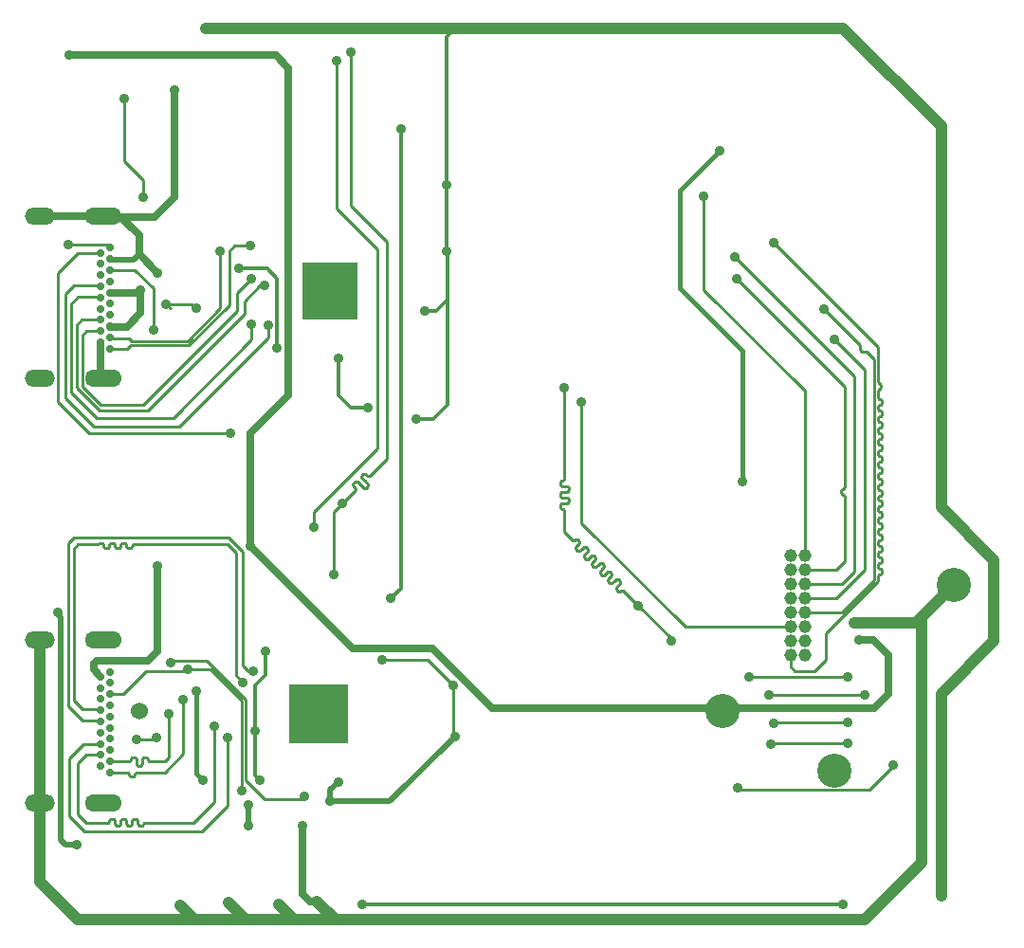
<source format=gbl>
G04 Layer_Physical_Order=2*
G04 Layer_Color=16711680*
%FSLAX44Y44*%
%MOMM*%
G71*
G01*
G75*
%ADD24C,0.2540*%
%ADD25C,0.3048*%
%ADD26C,0.5080*%
%ADD27C,1.0000*%
%ADD28C,0.6350*%
%ADD30C,0.3810*%
%ADD31C,1.1684*%
%ADD32C,3.0480*%
%ADD33O,2.7000X1.5000*%
%ADD34O,3.3020X1.5240*%
%ADD35C,0.7000*%
%ADD36C,0.7000*%
%ADD37C,1.5240*%
%ADD38C,0.9000*%
%ADD39R,5.3610X5.3610*%
%ADD40R,5.0311X5.0562*%
D24*
X1320800Y946150D02*
X1417320Y849630D01*
X895350Y939800D02*
X899160D01*
X881380Y925830D02*
X895350Y939800D01*
X795020Y828040D02*
X881380Y914400D01*
Y925830D01*
X791210Y833120D02*
X875030Y916940D01*
Y933450D01*
X887730Y946150D01*
X732790Y929640D02*
X753110D01*
X732310Y968530D02*
X753110D01*
X728980Y939800D02*
X753110D01*
X1399083Y918848D02*
X1431534Y886396D01*
X1431133Y882402D02*
X1432929Y880606D01*
X1431534Y884600D02*
X1431534Y886396D01*
X1434725Y880606D02*
X1435126Y881008D01*
X1431133Y884199D02*
X1431534Y884600D01*
X1431133Y882402D02*
Y884199D01*
X1432929Y880606D02*
X1434725D01*
X1435126Y881008D02*
X1436922Y881008D01*
X1381760Y647700D02*
X1414960D01*
X1444080Y676820D01*
Y873850D01*
X1436922Y881008D02*
X1444080Y873850D01*
X1163320Y754380D02*
X1164590Y755650D01*
Y740410D02*
X1165860D01*
X1163320Y762000D02*
Y764540D01*
X1164590Y760730D02*
X1169670D01*
X1164590Y765810D02*
X1165860D01*
X1163320Y751840D02*
X1164590Y750570D01*
X1169670Y760730D02*
X1170940Y759460D01*
X1169670Y750570D02*
X1170940Y749300D01*
X1163320Y741680D02*
Y744220D01*
X1164590Y750570D02*
X1169670D01*
X1163320Y744220D02*
X1164590Y745490D01*
X1169670D01*
X1170940Y746760D01*
X1165860Y740410D02*
X1167130Y739140D01*
Y767080D02*
Y848360D01*
X1170940Y756920D02*
Y759460D01*
X1163320Y764540D02*
X1164590Y765810D01*
X1163320Y762000D02*
X1164590Y760730D01*
X1170940Y746760D02*
Y749300D01*
X1165860Y765810D02*
X1167130Y767080D01*
X1164590Y755650D02*
X1169670D01*
X1163320Y751840D02*
Y754380D01*
Y741680D02*
X1164590Y740410D01*
X1169670Y755650D02*
X1170940Y756920D01*
X1167130Y720090D02*
Y739140D01*
Y720090D02*
X1174671Y712549D01*
X1198917Y682915D02*
Y684710D01*
X1200713Y681118D02*
X1202510D01*
X1200713Y686507D02*
X1202510Y688303D01*
X1198917Y691895D02*
X1200713D01*
X1202510Y690099D01*
X1216878Y673934D02*
Y675730D01*
X1184549Y699079D02*
X1188141Y702671D01*
X1206102Y675730D02*
X1207898Y673934D01*
X1180957Y709855D02*
Y711651D01*
X1177365Y704467D02*
Y706263D01*
X1206102Y677526D02*
X1207898Y679322D01*
X1179161Y702671D02*
X1180957D01*
X1215082Y677526D02*
X1216878Y675730D01*
X1186345Y706263D02*
X1188141Y704467D01*
X1209694Y673934D02*
X1211490Y675730D01*
X1207898Y673934D02*
X1209694D01*
X1188141Y695487D02*
X1189937Y697283D01*
X1195325Y688303D02*
X1197121Y690099D01*
X1179161Y708059D02*
X1180957Y709855D01*
X1191733Y699079D02*
X1193529D01*
X1213286Y677526D02*
X1215082D01*
X1191733Y690099D02*
Y691895D01*
X1179161Y713447D02*
X1180957Y711651D01*
X1177365Y704467D02*
X1179161Y702671D01*
X1202510Y688303D02*
Y690099D01*
X1209694Y681118D02*
Y682915D01*
X1177365Y713447D02*
X1179161D01*
X1180957Y702671D02*
X1182753Y704467D01*
X1191733Y690099D02*
X1193529Y688303D01*
X1184549Y697283D02*
Y699079D01*
X1193529Y688303D02*
X1195325D01*
X1197121Y690099D02*
X1198917Y691895D01*
X1191733D02*
X1195325Y695487D01*
X1217776Y667648D02*
X1219572Y667648D01*
X1198917Y684710D02*
X1200713Y686507D01*
X1211490Y675730D02*
X1213286Y677526D01*
X1215082Y666750D02*
X1216878D01*
X1213286Y668546D02*
Y670342D01*
X1184549Y697283D02*
X1186345Y695487D01*
X1184549Y706263D02*
X1186345D01*
X1182753Y704467D02*
X1184549Y706263D01*
X1189937Y697283D02*
X1191733Y699079D01*
X1186345Y695487D02*
X1188141D01*
X1207898Y684710D02*
X1209694Y682915D01*
X1207898Y679322D02*
X1209694Y681118D01*
X1174671Y712549D02*
X1176467Y712549D01*
X1206102Y675730D02*
Y677526D01*
X1216878Y666750D02*
X1217776Y667648D01*
X1193529Y699079D02*
X1195325Y697283D01*
Y695487D02*
Y697283D01*
X1202510Y681118D02*
X1206102Y684710D01*
X1213286Y670342D02*
X1216878Y673934D01*
X1177365Y706263D02*
X1179161Y708059D01*
X1198917Y682915D02*
X1200713Y681118D01*
X1213286Y668546D02*
X1215082Y666750D01*
X1176467Y712549D02*
X1177365Y713447D01*
X1188141Y702671D02*
Y704467D01*
X1206102Y684710D02*
X1207898D01*
X1219572Y667648D02*
X1233170Y654050D01*
X1447128Y839470D02*
Y845820D01*
X1449668Y848360D01*
X1447128Y853440D02*
X1449668Y850900D01*
X1447128Y853440D02*
Y884592D01*
X1449668Y848360D02*
Y850900D01*
X1353820Y977900D02*
X1447128Y884592D01*
X1449668Y717550D02*
X1450938Y716280D01*
X1449668Y742950D02*
X1450938Y744220D01*
X1449668Y681990D02*
X1450938Y683260D01*
X1449668Y707390D02*
X1450938Y706120D01*
X1447128Y698500D02*
Y701040D01*
X1449668Y722630D02*
X1450938Y723900D01*
X1447128Y718820D02*
X1448398Y717550D01*
X1450938Y683260D02*
Y685800D01*
X1448398Y742950D02*
X1449668D01*
X1448398Y697230D02*
X1449668D01*
Y687070D02*
X1450938Y685800D01*
X1447128Y688340D02*
X1448398Y687070D01*
X1450938Y693420D02*
Y695960D01*
X1448398Y702310D02*
X1449668D01*
X1450938Y703580D02*
Y706120D01*
X1448398Y727710D02*
X1449668D01*
X1450938Y713740D02*
Y716280D01*
X1447128Y708660D02*
Y711200D01*
Y701040D02*
X1448398Y702310D01*
X1447128Y688340D02*
Y690880D01*
X1449668Y737870D02*
X1450938Y736600D01*
X1447128Y690880D02*
X1448398Y692150D01*
X1447128Y708660D02*
X1448398Y707390D01*
X1449668D01*
X1447128Y749300D02*
X1448398Y748030D01*
X1447128Y728980D02*
X1448398Y727710D01*
X1450938Y723900D02*
Y726440D01*
X1448398Y687070D02*
X1449668D01*
Y712470D02*
X1450938Y713740D01*
X1447128Y731520D02*
X1448398Y732790D01*
X1447128Y739140D02*
Y741680D01*
X1449668Y727710D02*
X1450938Y726440D01*
X1448398Y748030D02*
X1449668D01*
X1448398Y717550D02*
X1449668D01*
X1447128Y741680D02*
X1448398Y742950D01*
X1447128Y680720D02*
X1448398Y681990D01*
X1449668D01*
X1448398Y712470D02*
X1449668D01*
X1447128Y718820D02*
Y721360D01*
Y728980D02*
Y731520D01*
X1449668Y748030D02*
X1450938Y746760D01*
X1449668Y697230D02*
X1450938Y695960D01*
X1448398Y722630D02*
X1449668D01*
X1447128Y698500D02*
X1448398Y697230D01*
X1447128Y721360D02*
X1448398Y722630D01*
X1450938Y734060D02*
Y736600D01*
X1449668Y732790D02*
X1450938Y734060D01*
X1447128Y749300D02*
Y750570D01*
X1449668Y692150D02*
X1450938Y693420D01*
Y744220D02*
Y746760D01*
X1448398Y692150D02*
X1449668D01*
Y702310D02*
X1450938Y703580D01*
X1447128Y711200D02*
X1448398Y712470D01*
X1447128Y739140D02*
X1448398Y737870D01*
X1449668D01*
X1448398Y732790D02*
X1449668D01*
X1447128Y675557D02*
Y680720D01*
X1400810Y629239D02*
X1447128Y675557D01*
X1400810Y605790D02*
Y629239D01*
X1390650Y595630D02*
X1400810Y605790D01*
X1372870Y595630D02*
X1390650D01*
X1369060Y599440D02*
X1372870Y595630D01*
X1369060Y599440D02*
Y609600D01*
X1449668Y767080D02*
X1450938Y765810D01*
Y753110D02*
Y755650D01*
X1448398Y807720D02*
X1449668D01*
X1447128Y758190D02*
X1448398Y756920D01*
X1449668Y777240D02*
X1450938Y775970D01*
X1449668Y833120D02*
X1450938Y834390D01*
X1448398Y817880D02*
X1449668D01*
X1448398Y797560D02*
X1449668D01*
Y772160D02*
X1450938Y773430D01*
X1448398Y833120D02*
X1449668D01*
X1448398Y822960D02*
X1449668D01*
X1448398Y772160D02*
X1449668D01*
X1450938Y803910D02*
Y806450D01*
X1448398Y838200D02*
X1449668D01*
X1447128Y750570D02*
X1448398Y751840D01*
X1450938Y763270D02*
Y765810D01*
Y834390D02*
Y836930D01*
X1448398Y802640D02*
X1449668D01*
X1448398Y787400D02*
X1449668D01*
X1447128Y781050D02*
X1448398Y782320D01*
X1450938Y793750D02*
Y796290D01*
X1447128Y798830D02*
Y801370D01*
X1449668Y756920D02*
X1450938Y755650D01*
Y824230D02*
Y826770D01*
X1448398Y792480D02*
X1449668D01*
Y782320D02*
X1450938Y783590D01*
X1447128Y821690D02*
X1448398Y822960D01*
X1447128Y811530D02*
X1448398Y812800D01*
X1450938Y773430D02*
Y775970D01*
X1449668Y797560D02*
X1450938Y796290D01*
X1447128Y791210D02*
X1448398Y792480D01*
X1447128Y831850D02*
X1448398Y833120D01*
X1449668Y822960D02*
X1450938Y824230D01*
X1447128Y758190D02*
Y760730D01*
Y829310D02*
X1448398Y828040D01*
X1447128Y760730D02*
X1448398Y762000D01*
X1447128Y778510D02*
X1448398Y777240D01*
X1447128Y770890D02*
X1448398Y772160D01*
X1447128Y768350D02*
X1448398Y767080D01*
X1449668D01*
Y787400D02*
X1450938Y786130D01*
X1448398Y777240D02*
X1449668D01*
Y828040D02*
X1450938Y826770D01*
X1447128Y768350D02*
Y770890D01*
X1449668Y812800D02*
X1450938Y814070D01*
X1447128Y788670D02*
X1448398Y787400D01*
Y756920D02*
X1449668D01*
X1450938Y783590D02*
Y786130D01*
X1448398Y762000D02*
X1449668D01*
X1447128Y778510D02*
Y781050D01*
Y788670D02*
Y791210D01*
Y808990D02*
Y811530D01*
Y798830D02*
X1448398Y797560D01*
X1449668Y817880D02*
X1450938Y816610D01*
X1447128Y801370D02*
X1448398Y802640D01*
Y782320D02*
X1449668D01*
X1448398Y751840D02*
X1449668D01*
X1447128Y839470D02*
X1448398Y838200D01*
X1449668Y807720D02*
X1450938Y806450D01*
X1447128Y819150D02*
Y821690D01*
Y829310D02*
Y831850D01*
X1448398Y828040D02*
X1449668D01*
X1447128Y819150D02*
X1448398Y817880D01*
X1449668Y751840D02*
X1450938Y753110D01*
X1448398Y812800D02*
X1449668D01*
Y762000D02*
X1450938Y763270D01*
X1449668Y838200D02*
X1450938Y836930D01*
Y814070D02*
Y816610D01*
X1447128Y808990D02*
X1448398Y807720D01*
X1449668Y802640D02*
X1450938Y803910D01*
X1449668Y792480D02*
X1450938Y793750D01*
X1417320Y759460D02*
Y849630D01*
Y693420D02*
Y751840D01*
X1416050Y758190D02*
X1417320Y759460D01*
X1414552Y756920D02*
X1415822Y758190D01*
X1414552Y754380D02*
X1415822Y753110D01*
X1414552Y754380D02*
Y756920D01*
X1415822Y753110D02*
X1416050D01*
X1417320Y751840D01*
X1415822Y758190D02*
X1416050D01*
X1409700Y685800D02*
X1417320Y693420D01*
X1381760Y685800D02*
X1409700D01*
X765810Y706456D02*
Y708660D01*
X770890Y706456D02*
Y708660D01*
X751840Y709930D02*
X754380D01*
X760730Y706456D02*
Y708660D01*
X762000Y709930D01*
X764540D02*
X765810Y708660D01*
X755650Y706456D02*
Y708660D01*
X756920Y705186D02*
X759460D01*
X775970Y706456D02*
Y708660D01*
X767080Y705186D02*
X769620D01*
X762000Y709930D02*
X764540D01*
X770890Y708660D02*
X772160Y709930D01*
X750570Y708660D02*
X751840Y709930D01*
X779780Y705186D02*
X781050Y706456D01*
X732790Y708660D02*
X750570D01*
X781050Y707390D02*
X782320Y708660D01*
X750570D02*
Y708661D01*
X754380Y709930D02*
X755650Y708660D01*
X777240Y705186D02*
X779780D01*
X772160Y709930D02*
X774700D01*
X765810Y706456D02*
X767080Y705186D01*
X755650Y706456D02*
X756920Y705186D01*
X782320Y708660D02*
X866140D01*
X759460Y705186D02*
X760730Y706456D01*
X781050Y706456D02*
Y707390D01*
X750570Y708660D02*
X750570Y708661D01*
X769620Y705186D02*
X770890Y706456D01*
X774700Y709930D02*
X775970Y708660D01*
Y706456D02*
X777240Y705186D01*
X873760Y591820D02*
X880110Y585470D01*
X873760Y591820D02*
Y701040D01*
X866140Y708660D02*
X873760Y701040D01*
X728980Y704850D02*
X732790Y708660D01*
X728980Y568960D02*
Y704850D01*
Y568960D02*
X736600Y561340D01*
X752320D01*
X765810Y459019D02*
Y462280D01*
X775970Y459019D02*
Y462280D01*
X786130Y459019D02*
Y462280D01*
X762000Y463550D02*
X764540D01*
X786130Y459019D02*
X787400Y457748D01*
X760730Y461010D02*
Y462280D01*
X765810Y459019D02*
X767080Y457748D01*
X774700Y463550D02*
X775970Y462280D01*
X791932Y459740D02*
X835660D01*
X772160Y463550D02*
X774700D01*
X781050Y462280D02*
X782320Y463550D01*
X777240Y457748D02*
X779780D01*
X775970Y459019D02*
X777240Y457748D01*
X764540Y463550D02*
X765810Y462280D01*
X770890D02*
X772160Y463550D01*
X782320D02*
X784860D01*
X786130Y462280D01*
X760730D02*
X762000Y463550D01*
X767080Y457748D02*
X769620D01*
X779780D02*
X781050Y459019D01*
X769620Y457748D02*
X770890Y459019D01*
X787400Y457748D02*
X789940D01*
X770890Y459019D02*
Y462280D01*
X781050Y459019D02*
Y462280D01*
X759460Y459740D02*
X760730Y461010D01*
X789940Y457748D02*
X791932Y459740D01*
X854710Y478790D02*
Y546100D01*
X835660Y459740D02*
X854710Y478790D01*
X740410Y459740D02*
X759460D01*
X732790Y467360D02*
X740410Y459740D01*
X732790Y467360D02*
Y512930D01*
X740410Y520550D01*
X753110D01*
X779780Y501152D02*
X782320D01*
X784860Y504962D02*
X810260D01*
X777240D02*
X778510Y503692D01*
X783590Y502422D02*
Y503692D01*
X778510Y502422D02*
X779780Y501152D01*
X778510Y502422D02*
Y503692D01*
X782320Y501152D02*
X783590Y502422D01*
Y503692D02*
X784860Y504962D01*
X826770Y521472D02*
Y570230D01*
X810260Y504962D02*
X826770Y521472D01*
X761110Y504962D02*
X777240D01*
X793750Y518772D02*
X795020Y517502D01*
Y516232D02*
X796290Y514962D01*
X781050Y518772D02*
X783590D01*
X786130Y511152D02*
X788670D01*
X779780Y516232D02*
Y517502D01*
X783590Y518772D02*
X784860Y517502D01*
X791210Y518772D02*
X793750D01*
X784860Y512422D02*
Y517502D01*
Y512422D02*
X786130Y511152D01*
X789940Y517502D02*
X791210Y518772D01*
X789940Y512422D02*
Y517502D01*
X778510Y514962D02*
X779780Y516232D01*
X795020D02*
Y517502D01*
X779780D02*
X781050Y518772D01*
X788670Y511152D02*
X789940Y512422D01*
X814070Y518772D02*
Y557530D01*
X810260Y514962D02*
X814070Y518772D01*
X796290Y514962D02*
X810260D01*
X761110D02*
X778510D01*
X801370Y534670D02*
X802640Y535940D01*
X784860Y534670D02*
X801370D01*
X867918Y922528D02*
Y970788D01*
X831850Y886460D02*
X867918Y922528D01*
Y970788D02*
X872490Y975360D01*
X881772D01*
X761110Y953572D02*
X783788D01*
X736440Y909160D02*
X753110D01*
X723900Y976630D02*
X758052D01*
X761110Y973572D01*
X740410Y899160D02*
X753110D01*
X761110Y883572D02*
X761740Y882942D01*
X776350D01*
X761110Y893572D02*
X761740Y892942D01*
X834390Y923290D02*
X838200Y919480D01*
X811530Y923290D02*
X834390D01*
X811530D02*
X815340Y919480D01*
X751840Y828040D02*
X795020D01*
X902462Y893572D02*
Y903732D01*
X822960Y814070D02*
X902462Y893572D01*
X746760Y814070D02*
X822960D01*
X887730Y891540D02*
Y905735D01*
X817880Y821690D02*
X887730Y891540D01*
X749300Y821690D02*
X817880D01*
X753110Y833120D02*
X791210D01*
X736600Y849630D02*
X753110Y833120D01*
X736600Y849630D02*
Y895350D01*
X740410Y899160D01*
X902462Y903732D02*
X902970Y904240D01*
X731520D02*
X736440Y909160D01*
X731520Y848360D02*
Y904240D01*
Y848360D02*
X751840Y828040D01*
X726440Y923290D02*
X732790Y929640D01*
X726440Y844550D02*
Y923290D01*
Y844550D02*
X749300Y821690D01*
X721360Y839470D02*
X746760Y814070D01*
X721360Y932180D02*
X728980Y939800D01*
X721360Y839470D02*
Y932180D01*
X715010Y951230D02*
X732310Y968530D01*
X715010Y835660D02*
Y951230D01*
Y835660D02*
X742950Y807720D01*
X752320Y561340D02*
X753110Y560550D01*
X752320Y551340D02*
X753110Y550550D01*
X736600Y551340D02*
X752320D01*
X885190Y595630D02*
X889000D01*
X725170Y517850D02*
X737870Y530550D01*
X753110D01*
X725170Y466090D02*
Y517850D01*
Y466090D02*
X738591Y452669D01*
X723900Y564040D02*
X736600Y551340D01*
X723900Y564040D02*
Y709770D01*
X729140Y715010D01*
X867410D01*
X880110Y600710D02*
X885190Y595630D01*
X880110Y600710D02*
Y702310D01*
X867410Y715010D02*
X880110Y702310D01*
X815340Y603250D02*
X817118Y605028D01*
X932180Y481330D02*
X934720Y483870D01*
X866140Y474980D02*
Y535940D01*
X843829Y452669D02*
X866140Y474980D01*
X738591Y452669D02*
X843829D01*
X882650Y497840D02*
X899160Y481330D01*
X932180D01*
X817118Y605028D02*
X847852D01*
X882650Y570230D01*
Y497840D02*
Y570230D01*
X878840Y488950D02*
Y568960D01*
X761110Y574962D02*
X773590D01*
X793750Y595122D02*
X830072D01*
X773590Y574962D02*
X793750Y595122D01*
X715010Y646430D02*
Y647700D01*
X1045210Y605790D02*
X1068070Y582930D01*
X1004570Y605790D02*
X1045210D01*
X1068070Y538480D02*
X1069340Y537210D01*
X1068070Y538480D02*
Y582930D01*
X1460500Y510540D02*
Y511810D01*
X1322057Y491477D02*
X1323823Y489712D01*
X1439672D01*
X1460500Y510540D01*
X776350Y882942D02*
X779868Y886460D01*
X761740Y892942D02*
X778378D01*
X781050Y890270D01*
X830580D01*
X859790Y919480D02*
Y970280D01*
X830580Y890270D02*
X859790Y919480D01*
X1381760Y673100D02*
X1414960D01*
X1426300Y684440D01*
Y858610D01*
X1351915Y530225D02*
X1352550Y530860D01*
X1419860D01*
X1353820Y548640D02*
X1355090Y549910D01*
X1419860D01*
X1381760Y660400D02*
X1409700D01*
X1435100Y685800D01*
Y864870D01*
X1332230Y590550D02*
X1419860D01*
X1350010Y574040D02*
X1435100D01*
X1182370Y727710D02*
Y835660D01*
Y727710D02*
X1275080Y635000D01*
X1369060D01*
X1262380Y622300D02*
Y624840D01*
X1233170Y654050D02*
X1262380Y624840D01*
X1320678Y946028D02*
X1320800Y946150D01*
X1408303Y891667D02*
X1435100Y864870D01*
X779868Y886460D02*
X831850D01*
X783788Y953572D02*
X800100Y937260D01*
Y900430D02*
Y937260D01*
X774195Y1050795D02*
Y1106935D01*
Y1050795D02*
X791210Y1033780D01*
Y1018540D02*
Y1033780D01*
X1319711Y965200D02*
X1426300Y858610D01*
X1381760Y698500D02*
Y845820D01*
X1291590Y935990D02*
Y1019810D01*
Y935990D02*
X1381760Y845820D01*
X742950Y807720D02*
X868680D01*
X830072Y595122D02*
X830580Y595630D01*
Y596900D01*
X850900D01*
X878840Y568960D01*
X961390Y737870D02*
X969010Y745490D01*
X961390Y681990D02*
Y737870D01*
X963930Y1008380D02*
X999998Y972312D01*
X963930Y1008380D02*
Y1140460D01*
X943610Y723900D02*
Y737870D01*
X999998Y794258D01*
Y972312D01*
X993275Y769755D02*
X1008380Y784860D01*
Y979170D01*
X976630Y1010920D02*
X1008380Y979170D01*
X976630Y1010920D02*
Y1148080D01*
X969010Y745490D02*
X980703Y757183D01*
X982148Y764719D02*
X988239Y758628D01*
X990035D01*
X985740Y768311D02*
X988785Y765265D01*
X985740Y768311D02*
Y770107D01*
X990035Y758628D02*
X991831Y760424D01*
Y762220D01*
X991479Y769755D02*
X993275D01*
X980352Y764719D02*
X982148D01*
X988785Y765265D02*
X991831Y762220D01*
X980703Y757183D02*
Y758979D01*
X978556Y761127D02*
X980703Y758979D01*
X987536Y771903D02*
X989332D01*
X985740Y770107D02*
X987536Y771903D01*
X978556Y761127D02*
Y762923D01*
X980352Y764719D01*
X989332Y771903D02*
X991479Y769755D01*
D25*
X910590Y883920D02*
Y946150D01*
X901700Y955040D02*
X910590Y946150D01*
X876300Y955040D02*
X901700D01*
X761110Y963572D02*
X761740Y962942D01*
X890960Y502230D02*
Y541902D01*
Y502230D02*
X895350Y497840D01*
X890960Y541902D02*
Y582350D01*
X900430Y591820D01*
Y613410D01*
X986790Y387350D02*
X1416050D01*
X1061720Y1162050D02*
X1069340Y1169670D01*
X1061720Y970280D02*
X1062990Y969010D01*
X1042670Y916940D02*
X1052830D01*
X1062990Y927100D01*
Y969010D01*
X1021080Y669290D02*
Y1079500D01*
X1012190Y660400D02*
X1021080Y669290D01*
X1061720Y970280D02*
Y1029970D01*
Y1162050D01*
X1062990Y833120D02*
Y927100D01*
X1050290Y820420D02*
X1062990Y833120D01*
X1035050Y820420D02*
X1050290D01*
X965200Y842010D02*
Y875030D01*
X976630Y830580D02*
X991870D01*
X965200Y842010D02*
X976630Y830580D01*
D26*
X761740Y962942D02*
X782602D01*
X787400Y967740D01*
X885190Y457200D02*
Y476250D01*
X721360Y440690D02*
X731520D01*
X717550Y444500D02*
X721360Y440690D01*
X717550Y444500D02*
Y643890D01*
X715010Y646430D02*
X717550Y643890D01*
X1011523Y479393D02*
X1069340Y537210D01*
X958183Y479393D02*
X1011523D01*
X958183D02*
Y489553D01*
X965200Y496570D01*
D27*
X1069340Y1169670D02*
X1363980D01*
X1503680Y394970D02*
Y575310D01*
X1550670Y622300D01*
Y694690D01*
X1503680Y741680D02*
X1550670Y694690D01*
X1503680Y741680D02*
Y1082040D01*
X1363980Y1169670D02*
X1416050D01*
X847090D02*
X1069340D01*
X1416050D02*
X1503680Y1082040D01*
X962660Y373380D02*
X1435100D01*
X925830D02*
X962660D01*
X946150Y389890D02*
X962660Y373380D01*
X882650D02*
X925830D01*
X911860Y387350D02*
X925830Y373380D01*
X836930D02*
X882650D01*
X867410Y388620D02*
X882650Y373380D01*
X732790D02*
X836930D01*
X824230Y386080D02*
X836930Y373380D01*
X1485900Y643390D02*
X1515110Y672600D01*
X1481320Y638810D02*
X1485900Y643390D01*
X1426210Y638810D02*
X1481320D01*
X1485900Y424180D02*
Y643390D01*
X1435100Y373380D02*
X1485900Y424180D01*
X698500Y478050D02*
Y623050D01*
Y407670D02*
Y478050D01*
Y407670D02*
X732790Y373380D01*
D28*
X1102579Y562610D02*
X1443990D01*
X909320Y1145540D02*
X920750Y1134110D01*
Y842010D02*
Y1134110D01*
X886492Y807752D02*
X920750Y842010D01*
X749300Y604520D02*
X795020D01*
X746760Y601980D02*
X749300Y604520D01*
X746760Y596900D02*
Y601980D01*
Y596900D02*
X753110Y590550D01*
X753110Y859200D02*
X755650Y856660D01*
X753110Y859200D02*
Y889160D01*
X698500Y1001660D02*
X755650D01*
X755650Y1001030D02*
X770890D01*
X761740Y902942D02*
X776350D01*
X761110Y903572D02*
X761740Y902942D01*
X788670Y915262D02*
Y935990D01*
X776350Y902942D02*
X788670Y915262D01*
X761110Y933572D02*
X761740Y932942D01*
X785622D01*
X795020Y604520D02*
X803910Y613410D01*
Y689610D01*
X886492Y707422D02*
X978092Y615823D01*
X1049366D01*
X1456690Y575310D02*
Y609600D01*
X1442720Y623570D02*
X1456690Y609600D01*
X1430020Y623570D02*
X1442720D01*
X933450Y396240D02*
Y457200D01*
X939800Y389890D02*
X946150D01*
X933450Y396240D02*
X939800Y389890D01*
X1049366Y615823D02*
X1102579Y562610D01*
X1443990D02*
X1456690Y575310D01*
X770890Y1001030D02*
X801640D01*
X819150Y1018540D01*
Y1114809D01*
X886492Y707422D02*
Y807752D01*
X725170Y1145540D02*
X909320D01*
X770890Y1001030D02*
X787400Y984520D01*
X785622Y932942D02*
X788670Y935990D01*
X787400Y967740D02*
Y984520D01*
Y967740D02*
X803910Y951230D01*
D30*
X838200Y504190D02*
X844550Y497840D01*
X838200Y504190D02*
Y577850D01*
X1325880Y764540D02*
Y881380D01*
X1270000Y937260D02*
X1325880Y881380D01*
X1270000Y937260D02*
Y1024890D01*
X1305560Y1060450D01*
D31*
X1369060Y698500D02*
D03*
Y685800D02*
D03*
Y673100D02*
D03*
Y660400D02*
D03*
Y647700D02*
D03*
Y635000D02*
D03*
Y622300D02*
D03*
Y609600D02*
D03*
X1381760Y698500D02*
D03*
Y685800D02*
D03*
Y673100D02*
D03*
Y660400D02*
D03*
Y647700D02*
D03*
Y635000D02*
D03*
Y622300D02*
D03*
Y609600D02*
D03*
D32*
X1515110Y672600D02*
D03*
X1408430Y506730D02*
D03*
X1308100Y560070D02*
D03*
D33*
X698500Y1001660D02*
D03*
Y856660D02*
D03*
X698500Y623050D02*
D03*
Y478050D02*
D03*
D34*
X755650Y1001660D02*
D03*
Y856660D02*
D03*
X755650Y623050D02*
D03*
Y478050D02*
D03*
D35*
X753110Y969160D02*
D03*
Y959160D02*
D03*
Y949160D02*
D03*
Y939160D02*
D03*
Y929160D02*
D03*
Y919160D02*
D03*
Y909160D02*
D03*
X761110Y973572D02*
D03*
X761110Y963572D02*
D03*
X761110Y953572D02*
D03*
Y943572D02*
D03*
X761110Y933572D02*
D03*
X761110Y923572D02*
D03*
Y913572D02*
D03*
X753110Y590550D02*
D03*
Y580550D02*
D03*
Y570550D02*
D03*
Y560550D02*
D03*
Y550550D02*
D03*
Y540550D02*
D03*
Y530550D02*
D03*
X761110Y594962D02*
D03*
X761110Y584962D02*
D03*
X761110Y574962D02*
D03*
Y564962D02*
D03*
Y554962D02*
D03*
Y544962D02*
D03*
Y534962D02*
D03*
D36*
X753110Y899160D02*
D03*
X753110Y889160D02*
D03*
X761110Y903572D02*
D03*
X761110Y893572D02*
D03*
Y883572D02*
D03*
X753110Y520550D02*
D03*
Y510550D02*
D03*
X761110Y524962D02*
D03*
Y514962D02*
D03*
Y504962D02*
D03*
X943354Y951230D02*
D03*
X974090Y919480D02*
D03*
X972820Y952500D02*
D03*
X943610Y920750D02*
D03*
X958124Y934175D02*
D03*
X928370Y575310D02*
D03*
X948420Y570500D02*
D03*
X942340Y558800D02*
D03*
X929640Y557530D02*
D03*
X965200Y543560D02*
D03*
X954405Y558530D02*
D03*
D37*
X787400Y560070D02*
D03*
D38*
X899160Y939800D02*
D03*
X887730Y946150D02*
D03*
X868680Y807720D02*
D03*
X886460Y975360D02*
D03*
X723900Y976630D02*
D03*
X838200Y919480D02*
D03*
X784860Y534670D02*
D03*
X889000Y595630D02*
D03*
X815340Y603250D02*
D03*
X934720Y483870D02*
D03*
X854710Y546100D02*
D03*
X866140Y535940D02*
D03*
X878840Y488950D02*
D03*
X880110Y585470D02*
D03*
X844550Y497840D02*
D03*
X895350D02*
D03*
X890960Y541902D02*
D03*
X802640Y535940D02*
D03*
X814070Y557530D02*
D03*
X826770Y570230D02*
D03*
X838200Y577850D02*
D03*
X885190Y457200D02*
D03*
Y476250D02*
D03*
X900430Y613410D02*
D03*
X715010Y647700D02*
D03*
X731520Y440690D02*
D03*
X946150Y389890D02*
D03*
X1068070Y582930D02*
D03*
X1069340Y537210D02*
D03*
X1004570Y605790D02*
D03*
X958183Y479393D02*
D03*
X965200Y496570D02*
D03*
X1460500Y511810D02*
D03*
X886492Y707422D02*
D03*
X1430020Y623570D02*
D03*
X1426210Y638810D02*
D03*
X1325880Y764540D02*
D03*
X986790Y387350D02*
D03*
X1416050D02*
D03*
X911860D02*
D03*
X824230Y386080D02*
D03*
X867410Y388620D02*
D03*
X933450Y457200D02*
D03*
X1322057Y491477D02*
D03*
X811530Y923290D02*
D03*
X902970Y904240D02*
D03*
X887730Y905735D02*
D03*
X910590Y883920D02*
D03*
X859790Y970280D02*
D03*
X1351915Y530225D02*
D03*
X1419860Y530860D02*
D03*
X1353820Y548640D02*
D03*
X1419860Y549910D02*
D03*
X1332230Y590550D02*
D03*
X1419860D02*
D03*
X1350010Y574040D02*
D03*
X1435100D02*
D03*
X1182370Y835660D02*
D03*
X1167130Y848360D02*
D03*
X1262380Y622300D02*
D03*
X1233170Y654050D02*
D03*
X1353820Y977900D02*
D03*
X1319711Y965200D02*
D03*
X1320678Y946028D02*
D03*
X1399083Y918848D02*
D03*
X1408303Y891667D02*
D03*
X1503680Y394970D02*
D03*
X847090Y1169670D02*
D03*
X1189196Y1169194D02*
D03*
X800100Y900430D02*
D03*
X819150Y1114809D02*
D03*
X803910Y689610D02*
D03*
X725170Y1145540D02*
D03*
X774195Y1106935D02*
D03*
X791210Y1018540D02*
D03*
X961390Y681990D02*
D03*
X943610Y723900D02*
D03*
X1061720Y970280D02*
D03*
X1042670Y916940D02*
D03*
X1021080Y1079500D02*
D03*
X1012190Y660400D02*
D03*
X1061720Y1029970D02*
D03*
X1363980Y1169670D02*
D03*
X1305560Y1060450D02*
D03*
X1291590Y1019810D02*
D03*
X788670Y935990D02*
D03*
X803910Y951230D02*
D03*
X1035050Y820420D02*
D03*
X991870Y830580D02*
D03*
X965200Y875030D02*
D03*
X976630Y1148080D02*
D03*
X963930Y1140460D02*
D03*
X876300Y955040D02*
D03*
X830580Y596900D02*
D03*
X969010Y745490D02*
D03*
D39*
X947285Y557665D02*
D03*
D40*
X957824Y934839D02*
D03*
M02*

</source>
